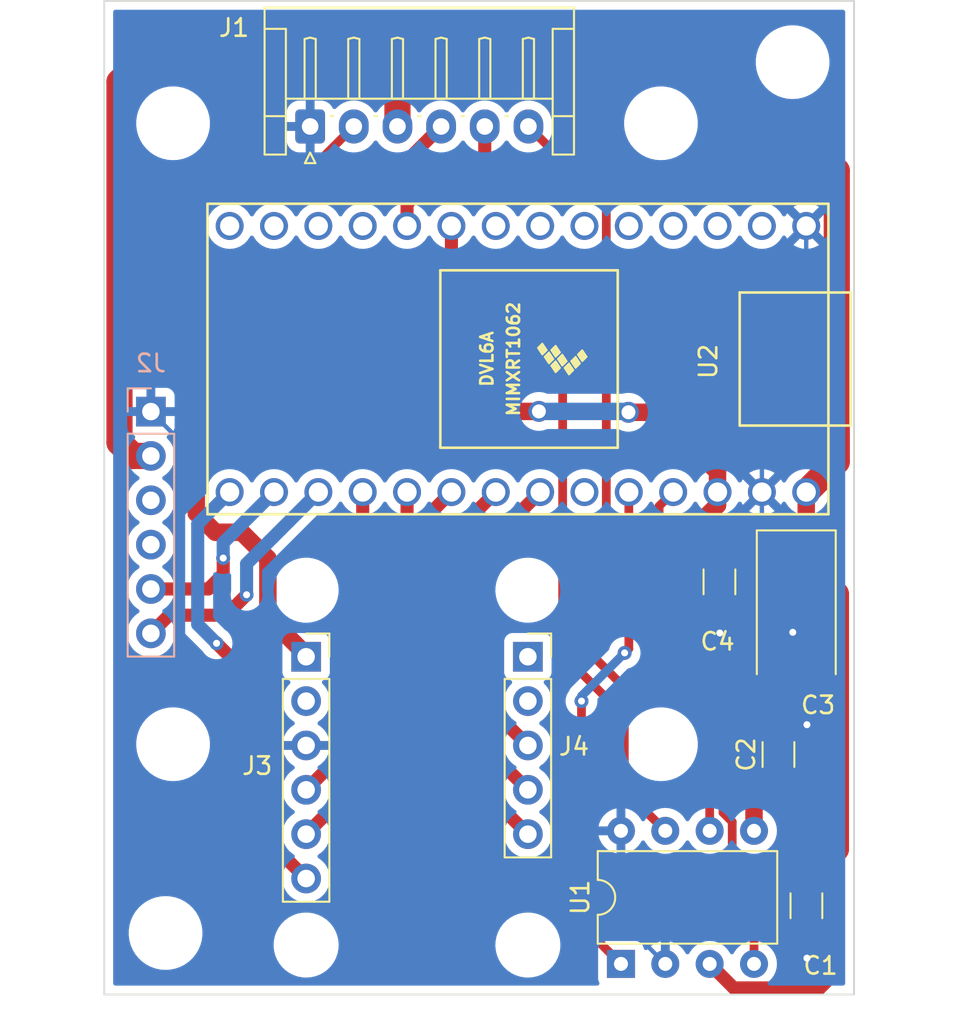
<source format=kicad_pcb>
(kicad_pcb (version 20211014) (generator pcbnew)
  (title_block (comment 4 "AISLER Project ID: NURRKHDM"))
  (layers (0 "F.Cu" signal) (31 "B.Cu" signal) (34 "B.Paste" user) (35 "F.Paste" user) (36 "B.SilkS" user "B.Silkscreen") (37 "F.SilkS" user "F.Silkscreen") (38 "B.Mask" user) (39 "F.Mask" user) (44 "Edge.Cuts" user))
  (net 0 "")
  (net 1 "GND")
  (net 2 "+5V")
  (net 3 "+3V3")
  (net 4 "/CAN_H")
  (net 5 "/CAN_L")
  (net 17 "/RX2")
  (net 18 "/TX2")
  (net 19 "/TXD_CTX1")
  (net 20 "/RXD_CRX1")
  (net 23 "/RXNeo_TX3")
  (net 24 "/TXNeo_RX3")
  (net 25 "/Int2ada_D13")
  (net 27 "/SDAada_SDA1")
  (net 28 "/SCLada_SCL1")
  (net 29 "/DRDYada_D20")
  (net 30 "/IntMada_D19")
  (net 31 "/Int1ada_D18")
  (footprint "MountingHole:MountingHole_2.7mm" (layer "F.Cu") (at 127.62 127.06)
    (fp_text reference "REF**" hide)
    (fp_text value "MountingHole_2.7mm")
    (pad "" np_thru_hole circle (at 0 0) (size 2.7 2.7) (drill 2.7) (layers F&B.Cu *.Mask))
  )
  (footprint "Capacitor_Tantalum_SMD:CP_EIA-7343-31_Kemet-D_Pad2.25x2.55mm_HandSolder" (layer "F.Cu") (at 155.69 107.9 -90)
    (fp_text reference "C3" (at 5.42 -1.25 180) (layer "F.SilkS"))
    (fp_text value "10µF")
    (fp_line (start -4.585 2.26) (end 3.65 2.26) (layer "F.SilkS") (width 0.12))
    (fp_line (start 3.65 -2.26) (end -4.585 -2.26) (layer "F.SilkS") (width 0.12))
    (fp_line (start -4.585 -2.26) (end -4.585 2.26) (layer "F.SilkS") (width 0.12))
    (pad "1" smd roundrect (at -3.2 0 270) (size 2.25 2.55) (layers "F.Cu" "F.Paste" "F.Mask") (roundrect_rratio 0.1111111111) (net 2 "+5V"))
    (pad "2" smd roundrect (at 3.2 0 270) (size 2.25 2.55) (layers "F.Cu" "F.Paste" "F.Mask") (roundrect_rratio 0.1111111111) (net 1 "GND"))
  )
  (footprint "MountingHole:MountingHole_3.2mm_M3" (layer "F.Cu") (at 120 80)
    (fp_text reference "REF**" hide)
    (fp_text value "MountingHole_3.2mm_M3")
    (pad "" np_thru_hole circle (at 0 0) (size 3.2 3.2) (drill 3.2) (layers *.Cu *.Mask))
  )
  (footprint "MountingHole:MountingHole_3.2mm_M3" (layer "F.Cu") (at 147.94 80)
    (fp_text reference "REF**" hide)
    (fp_text value "MountingHole_3.2mm_M3")
    (pad "" np_thru_hole circle (at 0 0) (size 3.2 3.2) (drill 3.2) (layers *.Cu *.Mask))
  )
  (footprint "Connector_PinSocket_2.54mm:PinSocket_1x05_P2.54mm_Vertical" (layer "F.Cu") (at 140.32 110.55)
    (fp_text reference "J4" (at 2.64 5.14) (layer "F.SilkS"))
    (fp_text value "ADA4517_JP1")
    (fp_line (start -1.33 1.27) (end -1.33 11.49) (layer "F.SilkS") (width 0.12))
    (fp_line (start 0 -1.33) (end 1.33 -1.33) (layer "F.SilkS") (width 0.12))
    (fp_line (start 1.33 -1.33) (end 1.33 0) (layer "F.SilkS") (width 0.12))
    (fp_line (start 1.33 1.27) (end 1.33 11.49) (layer "F.SilkS") (width 0.12))
    (fp_line (start -1.33 1.27) (end 1.33 1.27) (layer "F.SilkS") (width 0.12))
    (fp_line (start -1.33 11.49) (end 1.33 11.49) (layer "F.SilkS") (width 0.12))
    (pad "1" thru_hole rect (at 0 0) (size 1.7 1.7) (drill 1) (layers *.Cu *.Mask))
    (pad "2" thru_hole oval (at 0 2.54) (size 1.7 1.7) (drill 1) (layers *.Cu *.Mask))
    (pad "3" thru_hole oval (at 0 5.08) (size 1.7 1.7) (drill 1) (layers *.Cu *.Mask) (net 29 "/DRDYada_D20"))
    (pad "4" thru_hole oval (at 0 7.62) (size 1.7 1.7) (drill 1) (layers *.Cu *.Mask) (net 30 "/IntMada_D19"))
    (pad "5" thru_hole oval (at 0 10.16) (size 1.7 1.7) (drill 1) (layers *.Cu *.Mask) (net 31 "/Int1ada_D18"))
  )
  (footprint "MountingHole:MountingHole_3.2mm_M3" (layer "F.Cu") (at 119.57 126.37)
    (fp_text reference "REF**" hide)
    (fp_text value "MountingHole_3.2mm_M3")
    (pad "" np_thru_hole circle (at 0 0) (size 3.2 3.2) (drill 3.2) (layers *.Cu *.Mask))
  )
  (footprint "MountingHole:MountingHole_3.2mm_M3" (layer "F.Cu") (at 120 115.56)
    (fp_text reference "REF**" hide)
    (fp_text value "MountingHole_3.2mm_M3")
    (pad "" np_thru_hole circle (at 0 0) (size 3.2 3.2) (drill 3.2) (layers *.Cu *.Mask))
  )
  (footprint "MountingHole:MountingHole_3.2mm_M3" (layer "F.Cu") (at 147.94 115.56)
    (fp_text reference "REF**" hide)
    (fp_text value "MountingHole_3.2mm_M3")
    (pad "" np_thru_hole circle (at 0 0) (size 3.2 3.2) (drill 3.2) (layers *.Cu *.Mask))
  )
  (footprint "MountingHole:MountingHole_3.2mm_M3" (layer "F.Cu") (at 155.48 76.5)
    (fp_text reference "REF**" hide)
    (fp_text value "MountingHole_3.2mm_M3")
    (pad "" np_thru_hole circle (at 0 0) (size 3.2 3.2) (drill 3.2) (layers *.Cu *.Mask))
  )
  (footprint "Capacitor_SMD:C_1206_3216Metric_Pad1.33x1.80mm_HandSolder" (layer "F.Cu") (at 154.67 116.15 90)
    (fp_text reference "C2" (at 0 -1.85 90) (layer "F.SilkS"))
    (fp_text value "100 nF")
    (fp_line (start -0.711252 0.91) (end 0.711252 0.91) (layer "F.SilkS") (width 0.12))
    (fp_line (start -0.711252 -0.91) (end 0.711252 -0.91) (layer "F.SilkS") (width 0.12))
    (pad "1" smd roundrect (at -1.5625 0 90) (size 1.325 1.8) (layers "F.Cu" "F.Paste" "F.Mask") (roundrect_rratio 0.1886792453) (net 3 "+3V3"))
    (pad "2" smd roundrect (at 1.5625 0 90) (size 1.325 1.8) (layers "F.Cu" "F.Paste" "F.Mask") (roundrect_rratio 0.1886792453) (net 1 "GND"))
  )
  (footprint "Package_DIP:DIP-8_W7.62mm" (layer "F.Cu") (at 145.65 128.14 90)
    (fp_text reference "U1" (at 3.81 -2.33 90) (layer "F.SilkS"))
    (fp_text value "MCP2562-E-P")
    (fp_line (start 1.16 -1.33) (end 1.16 8.95) (layer "F.SilkS") (width 0.12))
    (fp_line (start 1.16 8.95) (end 6.46 8.95) (layer "F.SilkS") (width 0.12))
    (fp_line (start 6.46 8.95) (end 6.46 -1.33) (layer "F.SilkS") (width 0.12))
    (fp_line (start 2.81 -1.33) (end 1.16 -1.33) (layer "F.SilkS") (width 0.12))
    (fp_line (start 6.46 -1.33) (end 4.81 -1.33) (layer "F.SilkS") (width 0.12))
    (fp_arc (start 4.81 -1.33) (mid 3.81 -0.33) (end 2.81 -1.33) (layer "F.SilkS") (width 0.12))
    (pad "1" thru_hole rect (at 0 0 90) (size 1.6 1.6) (drill 0.8) (layers *.Cu *.Mask) (net 19 "/TXD_CTX1"))
    (pad "2" thru_hole oval (at 0 2.54 90) (size 1.6 1.6) (drill 0.8) (layers *.Cu *.Mask) (net 1 "GND"))
    (pad "3" thru_hole oval (at 0 5.08 90) (size 1.6 1.6) (drill 0.8) (layers *.Cu *.Mask) (net 2 "+5V"))
    (pad "4" thru_hole oval (at 0 7.62 90) (size 1.6 1.6) (drill 0.8) (layers *.Cu *.Mask) (net 20 "/RXD_CRX1"))
    (pad "5" thru_hole oval (at 7.62 7.62 90) (size 1.6 1.6) (drill 0.8) (layers *.Cu *.Mask) (net 3 "+3V3"))
    (pad "6" thru_hole oval (at 7.62 5.08 90) (size 1.6 1.6) (drill 0.8) (layers *.Cu *.Mask) (net 5 "/CAN_L"))
    (pad "7" thru_hole oval (at 7.62 2.54 90) (size 1.6 1.6) (drill 0.8) (layers *.Cu *.Mask) (net 4 "/CAN_H"))
    (pad "8" thru_hole oval (at 7.62 0 90) (size 1.6 1.6) (drill 0.8) (layers *.Cu *.Mask) (net 1 "GND"))
  )
  (footprint "MountingHole:MountingHole_2.7mm" (layer "F.Cu") (at 140.32 106.74)
    (fp_text reference "REF**" hide)
    (fp_text value "MountingHole_2.7mm")
    (pad "" np_thru_hole circle (at 0 0) (size 2.7 2.7) (drill 2.7) (layers F&B.Cu *.Mask))
  )
  (footprint "MountingHole:MountingHole_2.7mm" (layer "F.Cu") (at 140.32 127.06)
    (fp_text reference "REF**" hide)
    (fp_text value "MountingHole_2.7mm")
    (pad "" np_thru_hole circle (at 0 0) (size 2.7 2.7) (drill 2.7) (layers F&B.Cu *.Mask))
  )
  (footprint "MountingHole:MountingHole_2.7mm" (layer "F.Cu") (at 127.62 106.74)
    (fp_text reference "REF**" hide)
    (fp_text value "MountingHole_2.7mm")
    (pad "" np_thru_hole circle (at 0 0) (size 2.7 2.7) (drill 2.7) (layers F&B.Cu *.Mask))
  )
  (footprint "Connector_PinSocket_2.54mm:PinSocket_1x06_P2.54mm_Vertical" (layer "F.Cu") (at 127.62 110.55)
    (fp_text reference "J3" (at -2.8 6.25) (layer "F.SilkS"))
    (fp_text value "ADA4517_JP4")
    (fp_line (start 1.33 -1.33) (end 1.33 0) (layer "F.SilkS") (width 0.12))
    (fp_line (start -1.33 14.03) (end 1.33 14.03) (layer "F.SilkS") (width 0.12))
    (fp_line (start -1.33 1.27) (end 1.33 1.27) (layer "F.SilkS") (width 0.12))
    (fp_line (start 1.33 1.27) (end 1.33 14.03) (layer "F.SilkS") (width 0.12))
    (fp_line (start 0 -1.33) (end 1.33 -1.33) (layer "F.SilkS") (width 0.12))
    (fp_line (start -1.33 1.27) (end -1.33 14.03) (layer "F.SilkS") (width 0.12))
    (pad "1" thru_hole rect (at 0 0) (size 1.7 1.7) (drill 1) (layers *.Cu *.Mask) (net 3 "+3V3"))
    (pad "2" thru_hole oval (at 0 2.54) (size 1.7 1.7) (drill 1) (layers *.Cu *.Mask))
    (pad "3" thru_hole oval (at 0 5.08) (size 1.7 1.7) (drill 1) (layers *.Cu *.Mask) (net 1 "GND"))
    (pad "4" thru_hole oval (at 0 7.62) (size 1.7 1.7) (drill 1) (layers *.Cu *.Mask) (net 28 "/SCLada_SCL1"))
    (pad "5" thru_hole oval (at 0 10.16) (size 1.7 1.7) (drill 1) (layers *.Cu *.Mask) (net 27 "/SDAada_SDA1"))
    (pad "6" thru_hole oval (at 0 12.7) (size 1.7 1.7) (drill 1) (layers *.Cu *.Mask) (net 25 "/Int2ada_D13"))
  )
  (footprint "Capacitor_SMD:C_1206_3216Metric_Pad1.33x1.80mm_HandSolder" (layer "F.Cu") (at 156.27 124.81 90)
    (fp_text reference "C1" (at -3.43 0.81 180) (layer "F.SilkS"))
    (fp_text value "100 nF")
    (fp_line (start -0.711252 0.91) (end 0.711252 0.91) (layer "F.SilkS") (width 0.12))
    (fp_line (start -0.711252 -0.91) (end 0.711252 -0.91) (layer "F.SilkS") (width 0.12))
    (pad "1" smd roundrect (at -1.5625 0 90) (size 1.325 1.8) (layers "F.Cu" "F.Paste" "F.Mask") (roundrect_rratio 0.1886792453) (net 1 "GND"))
    (pad "2" smd roundrect (at 1.5625 0 90) (size 1.325 1.8) (layers "F.Cu" "F.Paste" "F.Mask") (roundrect_rratio 0.1886792453) (net 2 "+5V"))
  )
  (footprint "teensy:Teensy4FrontSide" (layer "F.Cu") (at 139.75 93.5 180)
    (fp_text reference "U2" (at -10.9 -0.14 90) (layer "F.SilkS"))
    (fp_text value "Teensy 4.0")
    (fp_text user "DVL6A" (at 1.778 0 90) (layer "F.SilkS") (effects (font (size 0.7 0.7))))
    (fp_text user "MIMXRT1062" (at 0.254 0 90) (layer "F.SilkS") (effects (font (size 0.7 0.7))))
    (fp_line (start 4.445 5.08) (end 4.445 -5.08) (layer "F.SilkS") (width 0.15))
    (fp_line (start -19.05 3.81) (end -19.05 -3.81) (layer "F.SilkS") (width 0.15))
    (fp_line (start -19.05 -3.81) (end -17.78 -3.81) (layer "F.SilkS") (width 0.15))
    (fp_line (start 4.445 -5.08) (end -5.715 -5.08) (layer "F.SilkS") (width 0.15))
    (fp_line (start -12.7 -3.81) (end -17.78 -3.81) (layer "F.SilkS") (width 0.15))
    (fp_line (start -12.7 3.81) (end -17.78 3.81) (layer "F.SilkS") (width 0.15))
    (fp_line (start 4.445 5.08) (end -5.715 5.08) (layer "F.SilkS") (width 0.15))
    (fp_line (start -17.78 8.89) (end -17.78 -8.89) (layer "F.SilkS") (width 0.15))
    (fp_line (start 17.78 -8.89) (end 17.78 8.89) (layer "F.SilkS") (width 0.15))
    (fp_line (start 17.78 8.89) (end -17.78 8.89) (layer "F.SilkS") (width 0.15))
    (fp_line (start -5.715 -5.08) (end -5.715 5.08) (layer "F.SilkS") (width 0.15))
    (fp_line (start -12.7 3.81) (end -12.7 -3.81) (layer "F.SilkS") (width 0.15))
    (fp_line (start -17.78 -8.89) (end 17.78 -8.89) (layer "F.SilkS") (width 0.15))
    (fp_line (start -17.78 3.81) (end -19.05 3.81) (layer "F.SilkS") (width 0.15))
    (fp_poly (pts (xy -2.413 0.381) (xy -2.159 0.127) (xy -1.905 0.508) (xy -2.159 0.762)) (layer "F.SilkS") (width 0.1) (fill solid))
    (fp_poly (pts (xy -1.651 0.508) (xy -1.397 0.254) (xy -1.143 0.635) (xy -1.397 0.889)) (layer "F.SilkS") (width 0.1) (fill solid))
    (fp_poly (pts (xy -3.175 -0.635) (xy -2.921 -0.889) (xy -2.667 -0.508) (xy -2.921 -0.254)) (layer "F.SilkS") (width 0.1) (fill solid))
    (fp_poly (pts (xy -3.937 0.127) (xy -3.683 -0.127) (xy -3.429 0.254) (xy -3.683 0.508)) (layer "F.SilkS") (width 0.1) (fill solid))
    (fp_poly (pts (xy -2.032 0) (xy -1.778 -0.254) (xy -1.524 0.127) (xy -1.778 0.381)) (layer "F.SilkS") (width 0.1) (fill solid))
    (fp_poly (pts (xy -3.556 -0.254) (xy -3.302 -0.508) (xy -3.048 -0.127) (xy -3.302 0.127)) (layer "F.SilkS") (width 0.1) (fill solid))
    (fp_poly (pts (xy -2.413 -0.508) (xy -2.159 -0.762) (xy -1.905 -0.381) (xy -2.159 -0.127)) (layer "F.SilkS") (width 0.1) (fill solid))
    (fp_poly (pts (xy -2.794 -0.127) (xy -2.54 -0.381) (xy -2.286 0) (xy -2.54 0.254)) (layer "F.SilkS") (width 0.1) (fill solid))
    (pad "1" thru_hole circle (at -16.51 7.62 180) (size 1.6 1.6) (drill 1.1) (layers *.Cu *.Mask) (net 1 "GND"))
    (pad "2" thru_hole circle (at -13.97 7.62 180) (size 1.6 1.6) (drill 1.1) (layers *.Cu *.Mask))
    (pad "3" thru_hole circle (at -11.43 7.62 180) (size 1.6 1.6) (drill 1.1) (layers *.Cu *.Mask))
    (pad "4" thru_hole circle (at -8.89 7.62 180) (size 1.6 1.6) (drill 1.1) (layers *.Cu *.Mask))
    (pad "5" thru_hole circle (at -6.35 7.62 180) (size 1.6 1.6) (drill 1.1) (layers *.Cu *.Mask))
    (pad "6" thru_hole circle (at -3.81 7.62 180) (size 1.6 1.6) (drill 1.1) (layers *.Cu *.Mask))
    (pad "7" thru_hole circle (at -1.27 7.62 180) (size 1.6 1.6) (drill 1.1) (layers *.Cu *.Mask))
    (pad "8" thru_hole circle (at 1.27 7.62 180) (size 1.6 1.6) (drill 1.1) (layers *.Cu *.Mask))
    (pad "9" thru_hole circle (at 3.81 7.62 180) (size 1.6 1.6) (drill 1.1) (layers *.Cu *.Mask) (net 17 "/RX2"))
    (pad "10" thru_hole circle (at 6.35 7.62 180) (size 1.6 1.6) (drill 1.1) (layers *.Cu *.Mask) (net 18 "/TX2"))
    (pad "11" thru_hole circle (at 8.89 7.62 180) (size 1.6 1.6) (drill 1.1) (layers *.Cu *.Mask))
    (pad "12" thru_hole circle (at 11.43 7.62 180) (size 1.6 1.6) (drill 1.1) (layers *.Cu *.Mask))
    (pad "13" thru_hole circle (at 13.97 7.62 180) (size 1.6 1.6) (drill 1.1) (layers *.Cu *.Mask))
    (pad "14" thru_hole circle (at 16.51 7.62 180) (size 1.6 1.6) (drill 1.1) (layers *.Cu *.Mask))
    (pad "20" thru_hole circle (at 16.51 -7.62 180) (size 1.6 1.6) (drill 1.1) (layers *.Cu *.Mask) (net 25 "/Int2ada_D13"))
    (pad "21" thru_hole circle (at 13.97 -7.62 180) (size 1.6 1.6) (drill 1.1) (layers *.Cu *.Mask) (net 23 "/RXNeo_TX3"))
    (pad "22" thru_hole circle (at 11.43 -7.62 180) (size 1.6 1.6) (drill 1.1) (layers *.Cu *.Mask) (net 24 "/TXNeo_RX3"))
    (pad "23" thru_hole circle (at 8.89 -7.62 180) (size 1.6 1.6) (drill 1.1) (layers *.Cu *.Mask) (net 28 "/SCLada_SCL1"))
    (pad "24" thru_hole circle (at 6.35 -7.62 180) (size 1.6 1.6) (drill 1.1) (layers *.Cu *.Mask) (net 27 "/SDAada_SDA1"))
    (pad "25" thru_hole circle (at 3.81 -7.62 180) (size 1.6 1.6) (drill 1.1) (layers *.Cu *.Mask) (net 31 "/Int1ada_D18"))
    (pad "26" thru_hole circle (at 1.27 -7.62 180) (size 1.6 1.6) (drill 1.1) (layers *.Cu *.Mask) (net 30 "/IntMada_D19"))
    (pad "27" thru_hole circle (at -1.27 -7.62 180) (size 1.6 1.6) (drill 1.1) (layers *.Cu *.Mask) (net 29 "/DRDYada_D20"))
    (pad "28" thru_hole circle (at -3.81 -7.62 180) (size 1.6 1.6) (drill 1.1) (layers *.Cu *.Mask))
    (pad "29" thru_hole circle (at -6.35 -7.62 180) (size 1.6 1.6) (drill 1.1) (layers *.Cu *.Mask) (net 19 "/TXD_CTX1"))
    (pad "30" thru_hole circle (at -8.89 -7.62 180) (size 1.6 1.6) (drill 1.1) (layers *.Cu *.Mask) (net 20 "/RXD_CRX1"))
    (pad "31" thru_hole circle (at -11.43 -7.62 180) (size 1.6 1.6) (drill 1.1) (layers *.Cu *.Mask) (net 3 "+3V3"))
    (pad "32" thru_hole circle (at -13.97 -7.62 180) (size 1.6 1.6) (drill 1.1) (layers *.Cu *.Mask) (net 1 "GND"))
    (pad "33" thru_hole circle (at -16.51 -7.62 180) (size 1.6 1.6) (drill 1.1) (layers *.Cu *.Mask) (net 2 "+5V"))
  )
  (footprint "Capacitor_SMD:C_1206_3216Metric_Pad1.33x1.80mm_HandSolder" (layer "F.Cu") (at 151.29 106.26 -90)
    (fp_text reference "C4" (at 3.42 0.11 180) (layer "F.SilkS"))
    (fp_text value "100 nF")
    (fp_line (start -0.711252 0.91) (end 0.711252 0.91) (layer "F.SilkS") (width 0.12))
    (fp_line (start -0.711252 -0.91) (end 0.711252 -0.91) (layer "F.SilkS") (width 0.12))
    (pad "1" smd roundrect (at -1.5625 0 270) (size 1.325 1.8) (layers "F.Cu" "F.Paste" "F.Mask") (roundrect_rratio 0.1886792453) (net 2 "+5V"))
    (pad "2" smd roundrect (at 1.5625 0 270) (size 1.325 1.8) (layers "F.Cu" "F.Paste" "F.Mask") (roundrect_rratio 0.1886792453) (net 1 "GND"))
  )
  (footprint "Connector_JST:JST_EH_S6B-EH_1x06_P2.50mm_Horizontal" (layer "F.Cu") (at 127.85 80.1825)
    (fp_text reference "J1" (at -4.36 -5.6525) (layer "F.SilkS"))
    (fp_text value "Conn_AHRS")
    (fp_line (start -0.3 2.1) (end 0.3 2.1) (layer "F.SilkS") (width 0.12))
    (fp_line (start 6.17 -0.59) (end 6.33 -0.59) (layer "F.SilkS") (width 0.12))
    (fp_line (start 12.18 -5.01) (end 12.5 -5.09) (layer "F.SilkS") (width 0.12))
    (fp_line (start 3.67 -0.59) (end 3.83 -0.59) (layer "F.SilkS") (width 0.12))
    (fp_line (start 7.82 -5.01) (end 7.82 -1.59) (layer "F.SilkS") (width 0.12))
    (fp_line (start 0.3 2.1) (end 0 1.5) (layer "F.SilkS") (width 0.12))
    (fp_line (start -1.39 -1.59) (end 13.89 -1.59) (layer "F.SilkS") (width 0.12))
    (fp_line (start 15.11 1.61) (end 13.89 1.61) (layer "F.SilkS") (width 0.12))
    (fp_line (start -2.61 1.61) (end -2.61 -6.81) (layer "F.SilkS") (width 0.12))
    (fp_line (start -1.39 -0.59) (end -2.61 -0.59) (layer "F.SilkS") (width 0.12))
    (fp_line (start 10.32 -1.59) (end 10 -1.59) (layer "F.SilkS") (width 0.12))
    (fp_line (start 4.68 -5.01) (end 5 -5.09) (layer "F.SilkS") (width 0.12))
    (fp_line (start 2.18 -1.59) (end 2.18 -5.01) (layer "F.SilkS") (width 0.12))
    (fp_line (start 12.82 -5.01) (end 12.82 -1.59) (layer "F.SilkS") (width 0.12))
    (fp_line (start -0.32 -5.01) (end 0 -5.09) (layer "F.SilkS") (width 0.12))
    (fp_line (start 9.68 -1.59) (end 9.68 -5.01) (layer "F.SilkS") (width 0.12))
    (fp_line (start 12.5 -1.59) (end 12.18 -1.59) (layer "F.SilkS") (width 0.12))
    (fp_line (start 4.68 -1.59) (end 4.68 -5.01) (layer "F.SilkS") (width 0.12))
    (fp_line (start -2.61 -5.59) (end -1.39 -5.59) (layer "F.SilkS") (width 0.12))
    (fp_line (start -1.39 1.61) (end -2.61 1.61) (layer "F.SilkS") (width 0.12))
    (fp_line (start 7.82 -1.59) (end 7.5 -1.59) (layer "F.SilkS") (width 0.12))
    (fp_line (start 10.32 -5.01) (end 10.32 -1.59) (layer "F.SilkS") (width 0.12))
    (fp_line (start -2.61 -6.81) (end 15.11 -6.81) (layer "F.SilkS") (width 0.12))
    (fp_line (start 5 -5.09) (end 5.32 -5.01) (layer "F.SilkS") (width 0.12))
    (fp_line (start 2.5 -1.59) (end 2.18 -1.59) (layer "F.SilkS") (width 0.12))
    (fp_line (start 0.32 -5.01) (end 0.32 -1.59) (layer "F.SilkS") (width 0.12))
    (fp_line (start 0.32 -1.59) (end 0 -1.59) (layer "F.SilkS") (width 0.12))
    (fp_line (start 7.5 -5.09) (end 7.82 -5.01) (layer "F.SilkS") (width 0.12))
    (fp_line (start 0 1.5) (end -0.3 2.1) (layer "F.SilkS") (width 0.12))
    (fp_line (start -1.39 -5.59) (end -1.39 -0.59) (layer "F.SilkS") (width 0.12))
    (fp_line (start 5 -1.59) (end 4.68 -1.59) (layer "F.SilkS") (width 0.12))
    (fp_line (start 11.17 -0.59) (end 11.33 -0.59) (layer "F.SilkS") (width 0.12))
    (fp_line (start 2.82 -5.01) (end 2.82 -1.59) (layer "F.SilkS") (width 0.12))
    (fp_line (start 2.82 -1.59) (end 2.5 -1.59) (layer "F.SilkS") (width 0.12))
    (fp_line (start 7.5 -1.59) (end 7.18 -1.59) (layer "F.SilkS") (width 0.12))
    (fp_line (start 10 -5.09) (end 10.32 -5.01) (layer "F.SilkS") (width 0.12))
    (fp_line (start 8.67 -0.59) (end 8.83 -0.59) (layer "F.SilkS") (width 0.12))
    (fp_line (start 10 -1.59) (end 9.68 -1.59) (layer "F.SilkS") (width 0.12))
    (fp_line (start 2.18 -5.01) (end 2.5 -5.09) (layer "F.SilkS") (width 0.12))
    (fp_line (start 15.11 -6.81) (end 15.11 1.61) (layer "F.SilkS") (width 0.12))
    (fp_line (start 7.18 -5.01) (end 7.5 -5.09) (layer "F.SilkS") (width 0.12))
    (fp_line (start 2.5 -5.09) (end 2.82 -5.01) (layer "F.SilkS") (width 0.12))
    (fp_line (start 0 -5.09) (end 0.32 -5.01) (layer "F.SilkS") (width 0.12))
    (fp_line (start 13.89 -5.59) (end 13.89 -0.59) (layer "F.SilkS") (width 0.12))
    (fp_line (start 1.17 -0.59) (end 1.33 -0.59) (layer "F.SilkS") (width 0.12))
    (fp_line (start 12.5 -5.09) (end 12.82 -5.01) (layer "F.SilkS") (width 0.12))
    (fp_line (start 9.68 -5.01) (end 10 -5.09) (layer "F.SilkS") (width 0.12))
    (fp_line (start 7.18 -1.59) (end 7.18 -5.01) (layer "F.SilkS") (width 0.12))
    (fp_line (start 0 -1.59) (end -0.32 -1.59) (layer "F.SilkS") (width 0.12))
    (fp_line (start -0.32 -1.59) (end -0.32 -5.01) (layer "F.SilkS") (width 0.12))
    (fp_line (start 15.11 -5.59) (end 13.89 -5.59) (layer "F.SilkS") (width 0.12))
    (fp_line (start 13.89 1.61) (end 13.89 -0.59) (layer "F.SilkS") (width 0.12))
    (fp_line (start 5.32 -5.01) (end 5.32 -1.59) (layer "F.SilkS") (width 0.12))
    (fp_line (start 12.18 -1.59) (end 12.18 -5.01) (layer "F.SilkS") (width 0.12))
    (fp_line (start 13.89 -0.59) (end 15.11 -0.59) (layer "F.SilkS") (width 0.12))
    (fp_line (start 5.32 -1.59) (end 5 -1.59) (layer "F.SilkS") (width 0.12))
    (fp_line (start 12.82 -1.59) (end 12.5 -1.59) (layer "F.SilkS") (width 0.12))
    (fp_line (start -1.39 -0.59) (end -1.39 1.61) (layer "F.SilkS") (width 0.12))
    (pad "1" thru_hole roundrect (at 0 0) (size 1.7 1.95) (drill 0.95) (layers *.Cu *.Mask) (roundrect_rratio 0.1470588235) (net 1 "GND"))
    (pad "2" thru_hole oval (at 2.5 0) (size 1.7 1.95) (drill 0.95) (layers *.Cu *.Mask) (net 4 "/CAN_H"))
    (pad "3" thru_hole oval (at 5 0) (size 1.7 1.95) (drill 0.95) (layers *.Cu *.Mask) (net 2 "+5V"))
    (pad "4" thru_hole oval (at 7.5 0) (size 1.7 1.95) (drill 0.95) (layers *.Cu *.Mask) (net 17 "/RX2"))
    (pad "5" thru_hole oval (at 10 0) (size 1.7 1.95) (drill 0.95) (layers *.Cu *.Mask) (net 18 "/TX2"))
    (pad "6" thru_hole oval (at 12.5 0) (size 1.7 1.95) (drill 0.95) (layers *.Cu *.Mask) (net 5 "/CAN_L"))
  )
  (footprint "Connector_PinSocket_2.54mm:PinSocket_1x06_P2.54mm_Vertical" (layer "B.Cu") (at 118.73 96.51 180)
    (fp_text reference "J2" (at 0 2.77) (layer "B.SilkS") (effects (justify mirror)))
    (fp_text value "NEOM9N")
    (fp_line (start -1.33 -14.03) (end 1.33 -14.03) (layer "B.SilkS") (width 0.12))
    (fp_line (start 0 1.33) (end 1.33 1.33) (layer "B.SilkS") (width 0.12))
    (fp_line (start 1.33 1.33) (end 1.33 0) (layer "B.SilkS") (width 0.12))
    (fp_line (start -1.33 -1.27) (end -1.33 -14.03) (layer "B.SilkS") (width 0.12))
    (fp_line (start -1.33 -1.27) (end 1.33 -1.27) (layer "B.SilkS") (width 0.12))
    (fp_line (start 1.33 -1.27) (end 1.33 -14.03) (layer "B.SilkS") (width 0.12))
    (pad "1" thru_hole rect (at 0 0 180) (size 1.7 1.7) (drill 1) (layers *.Cu *.Mask) (net 1 "GND"))
    (pad "2" thru_hole oval (at 0 -2.54 180) (size 1.7 1.7) (drill 1) (layers *.Cu *.Mask) (net 2 "+5V"))
    (pad "3" thru_hole oval (at 0 -5.08 180) (size 1.7 1.7) (drill 1) (layers *.Cu *.Mask))
    (pad "4" thru_hole oval (at 0 -7.62 180) (size 1.7 1.7) (drill 1) (layers *.Cu *.Mask))
    (pad "5" thru_hole oval (at 0 -10.16 180) (size 1.7 1.7) (drill 1) (layers *.Cu *.Mask) (net 23 "/RXNeo_TX3"))
    (pad "6" thru_hole oval (at 0 -12.7 180) (size 1.7 1.7) (drill 1) (layers *.Cu *.Mask) (net 24 "/TXNeo_RX3"))
  )
  (gr_line (start 116.06 129.89) (end 116.06 72.99) (layer "Edge.Cuts") (width 0.1))
  (gr_line (start 116.06 72.99) (end 124.85 72.99) (layer "Edge.Cuts") (width 0.1))
  (gr_line (start 159 72.99) (end 159 129.89) (layer "Edge.Cuts") (width 0.1))
  (gr_line (start 159 129.89) (end 116.06 129.89) (layer "Edge.Cuts") (width 0.1))
  (gr_line (start 124.85 72.99) (end 159 72.99) (layer "Edge.Cuts") (width 0.1))
  (segment (start 156.3 127.81) (end 156.3 126.4025) (width 1) (layer "F.Cu") (net 1))
  (segment (start 156.1525 114.5875) (end 156.3 114.44) (width 1) (layer "F.Cu") (net 1))
  (segment (start 154.67 114.5875) (end 156.1525 114.5875) (width 1) (layer "F.Cu") (net 1))
  (segment (start 151.31 109.19) (end 151.31 107.8425) (width 1) (layer "F.Cu") (net 1))
  (segment (start 151.31 107.8425) (end 151.29 107.8225) (width 1) (layer "F.Cu") (net 1))
  (segment (start 155.49 109.15) (end 155.49 110.9) (width 1) (layer "F.Cu") (net 1))
  (segment (start 155.49 110.9) (end 155.69 111.1) (width 1) (layer "F.Cu") (net 1))
  (segment (start 156.3 126.4025) (end 156.27 126.3725) (width 1) (layer "F.Cu") (net 1))
  (via (at 156.3 114.44) (size 0.8) (drill 0.4) (layers "F.Cu" "B.Cu") (net 1))
  (via (at 155.49 109.15) (size 0.8) (drill 0.4) (layers "F.Cu" "B.Cu") (net 1))
  (via (at 151.31 109.19) (size 0.8) (drill 0.4) (layers "F.Cu" "B.Cu") (net 1))
  (via (at 156.3 127.81) (size 0.8) (drill 0.4) (layers "F.Cu" "B.Cu") (net 1))
  (segment (start 156.26 85.88) (end 156.26 95.36) (width 0.25) (layer "B.Cu") (net 1))
  (segment (start 120.57 110.39) (end 121.2 111.02) (width 0.25) (layer "B.Cu") (net 1))
  (segment (start 118.73 96.51) (end 120.57 98.35) (width 0.25) (layer "B.Cu") (net 1))
  (segment (start 153.96 122.89) (end 157.81 119.04) (width 0.25) (layer "B.Cu") (net 1))
  (segment (start 151.35 109.15) (end 151.31 109.19) (width 0.25) (layer "B.Cu") (net 1))
  (segment (start 126.15 115.63) (end 127.62 115.63) (width 0.25) (layer "B.Cu") (net 1))
  (segment (start 157.81 116.71) (end 155.58 114.48) (width 0.25) (layer "B.Cu") (net 1))
  (segment (start 121.54 111.02) (end 126.15 115.63) (width 0.25) (layer "B.Cu") (net 1))
  (segment (start 157.81 119.04) (end 157.81 116.71) (width 0.25) (layer "B.Cu") (net 1))
  (segment (start 127.85 80.1825) (end 125.5175 80.1825) (width 0.25) (layer "B.Cu") (net 1))
  (segment (start 148.19 128.14) (end 148.19 126.11) (width 0.25) (layer "B.Cu") (net 1))
  (segment (start 145.65 120.52) (end 145.65 123.39) (width 0.25) (layer "B.Cu") (net 1))
  (segment (start 153.72 101.12) (end 153.72 106.82) (width 0.25) (layer "B.Cu") (net 1))
  (segment (start 121.2 111.02) (end 121.54 111.02) (width 0.25) (layer "B.Cu") (net 1))
  (segment (start 155.49 108.59) (end 155.49 109.15) (width 0.25) (layer "B.Cu") (net 1))
  (segment (start 156.26 114.48) (end 156.3 114.44) (width 0.25) (layer "B.Cu") (net 1))
  (segment (start 145.65 125.6) (end 148.19 128.14) (width 0.25) (layer "B.Cu") (net 1))
  (segment (start 148.19 126.11) (end 151.41 122.89) (width 0.25) (layer "B.Cu") (net 1))
  (segment (start 138.39 123.53) (end 138.53 123.39) (width 0.25) (layer "B.Cu") (net 1))
  (segment (start 153.62 122.89) (end 153.96 122.89) (width 0.25) (layer "B.Cu") (net 1))
  (segment (start 153.62 125.13) (end 156.3 127.81) (width 0.25) (layer "B.Cu") (net 1))
  (segment (start 138.53 123.39) (end 145.65 123.39) (width 0.25) (layer "B.Cu") (net 1))
  (segment (start 155.58 114.48) (end 156.26 114.48) (width 0.25) (layer "B.Cu") (net 1))
  (segment (start 151.31 109.19) (end 155.58 113.46) (width 0.25) (layer "B.Cu") (net 1))
  (segment (start 155.49 109.15) (end 151.35 109.15) (width 0.25) (layer "B.Cu") (net 1))
  (segment (start 153.62 122.89) (end 153.62 125.13) (width 0.25) (layer "B.Cu") (net 1))
  (segment (start 118.73 86.97) (end 118.73 96.51) (width 0.25) (layer "B.Cu") (net 1))
  (segment (start 153.72 97.9) (end 153.72 101.12) (width 0.25) (layer "B.Cu") (net 1))
  (segment (start 153.72 106.82) (end 155.49 108.59) (width 0.25) (layer "B.Cu") (net 1))
  (segment (start 130.49 115.63) (end 138.39 123.53) (width 0.25) (layer "B.Cu") (net 1))
  (segment (start 155.58 113.46) (end 155.58 114.48) (width 0.25) (layer "B.Cu") (net 1))
  (segment (start 125.5175 80.1825) (end 118.73 86.97) (width 0.25) (layer "B.Cu") (net 1))
  (segment (start 156.26 95.36) (end 153.72 97.9) (width 0.25) (layer "B.Cu") (net 1))
  (segment (start 145.65 123.39) (end 145.65 125.6) (width 0.25) (layer "B.Cu") (net 1))
  (segment (start 120.57 98.35) (end 120.57 110.39) (width 0.25) (layer "B.Cu") (net 1))
  (segment (start 127.62 115.63) (end 130.49 115.63) (width 0.25) (layer "B.Cu") (net 1))
  (segment (start 151.41 122.89) (end 153.62 122.89) (width 0.25) (layer "B.Cu") (net 1))
  (segment (start 119.23 75.33) (end 116.930489 77.629511) (width 1.5) (layer "F.Cu") (net 2))
  (segment (start 156.26 101.12) (end 158.009511 99.370489) (width 1.5) (layer "F.Cu") (net 2))
  (segment (start 155.69 104.7) (end 157.96 106.97) (width 1.5) (layer "F.Cu") (net 2))
  (segment (start 152.104511 129.514511) (end 157.055489 129.514511) (width 0.75) (layer "F.Cu") (net 2))
  (segment (start 151.2925 104.7) (end 151.29 104.6975) (width 0.25) (layer "F.Cu") (net 2))
  (segment (start 149.48 74.82) (end 136.49 74.82) (width 1.5) (layer "F.Cu") (net 2))
  (segment (start 151.59 78.43) (end 151.59 76.93) (width 1.5) (layer "F.Cu") (net 2))
  (segment (start 117.7 99.05) (end 118.73 99.05) (width 1.5) (layer "F.Cu") (net 2))
  (segment (start 157.96 121.5575) (end 156.27 123.2475) (width 1.5) (layer "F.Cu") (net 2))
  (segment (start 158.009511 99.370489) (end 158.009511 82.719511) (width 1.5) (layer "F.Cu") (net 2))
  (segment (start 156.26 101.12) (end 156.26 104.13) (width 1) (layer "F.Cu") (net 2))
  (segment (start 132.85 78.46) (end 129.72 75.33) (width 1.5) (layer "F.Cu") (net 2))
  (segment (start 158.009511 82.719511) (end 156.27 80.98) (width 1.5) (layer "F.Cu") (net 2))
  (segment (start 151.59 76.93) (end 149.48 74.82) (width 1.5) (layer "F.Cu") (net 2))
  (segment (start 158.09 128.48) (end 158.09 125.0675) (width 0.75) (layer "F.Cu") (net 2))
  (segment (start 157.055489 129.514511) (end 158.09 128.48) (width 0.75) (layer "F.Cu") (net 2))
  (segment (start 158.09 125.0675) (end 156.27 123.2475) (width 0.75) (layer "F.Cu") (net 2))
  (segment (start 157.96 106.97) (end 157.96 121.5575) (width 1.5) (layer "F.Cu") (net 2))
  (segment (start 136.49 74.82) (end 132.85 78.46) (width 1.5) (layer "F.Cu") (net 2))
  (segment (start 116.930489 77.629511) (end 116.930489 98.280489) (width 1.5) (layer "F.Cu") (net 2))
  (segment (start 129.72 75.33) (end 119.23 75.33) (width 1.5) (layer "F.Cu") (net 2))
  (segment (start 154.14 80.98) (end 151.59 78.43) (width 1.5) (layer "F.Cu") (net 2))
  (segment (start 155.69 104.7) (end 151.2925 104.7) (width 1) (layer "F.Cu") (net 2))
  (segment (start 156.27 80.98) (end 154.14 80.98) (width 1.5) (layer "F.Cu") (net 2))
  (segment (start 116.930489 98.280489) (end 117.7 99.05) (width 1.5) (layer "F.Cu") (net 2))
  (segment (start 150.73 128.14) (end 152.104511 129.514511) (width 0.75) (layer "F.Cu") (net 2))
  (segment (start 156.26 104.13) (end 155.69 104.7) (width 1) (layer "F.Cu") (net 2))
  (segment (start 132.85 78.46) (end 132.85 80.1825) (width 1.5) (layer "F.Cu") (net 2))
  (segment (start 121.33 102.33) (end 122.42 103.42) (width 1) (layer "F.Cu") (net 3))
  (segment (start 125.43 104.92) (end 125.43 108.25) (width 1) (layer "F.Cu") (net 3))
  (segment (start 121.33 99.62) (end 122.21 98.74) (width 1) (layer "F.Cu") (net 3))
  (segment (start 154.67 117.7125) (end 153.07048 116.11298) (width 1) (layer "F.Cu") (net 3))
  (segment (start 153.27 120.52) (end 153.27 119.1125) (width 1) (layer "F.Cu") (net 3))
  (segment (start 127.62 110.55) (end 127.62 110.44) (width 1) (layer "F.Cu") (net 3))
  (segment (start 153.07048 113.26048) (end 149.27 109.46) (width 1) (layer "F.Cu") (net 3))
  (segment (start 151.18 99.96) (end 151.18 101.12) (width 1) (layer "F.Cu") (net 3))
  (segment (start 122.42 103.42) (end 123.93 103.42) (width 1) (layer "F.Cu") (net 3))
  (segment (start 124.45 96.5) (end 122.21 98.74) (width 1) (layer "F.Cu") (net 3))
  (segment (start 149.27 109.46) (end 149.27 103.78) (width 1) (layer "F.Cu") (net 3))
  (segment (start 127.62 110.44) (end 125.43 108.25) (width 1) (layer "F.Cu") (net 3))
  (segment (start 149.27 103.78) (end 151.18 101.87) (width 1) (layer "F.Cu") (net 3))
  (segment (start 153.07048 116.11298) (end 153.07048 113.26048) (width 1) (layer "F.Cu") (net 3))
  (segment (start 147.77 96.55) (end 150.01 98.79) (width 1) (layer "F.Cu") (net 3))
  (segment (start 123.93 103.42) (end 125.43 104.92) (width 1) (layer "F.Cu") (net 3))
  (segment (start 140.95 96.5) (end 124.45 96.5) (width 1) (layer "F.Cu") (net 3))
  (segment (start 146.08 96.55) (end 147.77 96.55) (width 1) (layer "F.Cu") (net 3))
  (segment (start 121.33 102.33) (end 121.33 99.62) (width 1) (layer "F.Cu") (net 3))
  (segment (start 151.18 101.87) (end 151.18 101.12) (width 1) (layer "F.Cu") (net 3))
  (segment (start 150.01 98.79) (end 151.18 99.96) (width 1) (layer "F.Cu") (net 3))
  (segment (start 153.27 119.1125) (end 154.67 117.7125) (width 1) (layer "F.Cu") (net 3))
  (via (at 140.95 96.5) (size 1.2) (drill 0.8) (layers "F.Cu" "B.Cu") (net 3))
  (via (at 146.08 96.55) (size 1.2) (drill 0.8) (layers "F.Cu" "B.Cu") (net 3))
  (segment (start 146.03 96.5) (end 146.08 96.55) (width 1) (layer "B.Cu") (net 3))
  (segment (start 140.95 96.5) (end 146.03 96.5) (width 1) (layer "B.Cu") (net 3))
  (segment (start 121.6 82.18) (end 128.3525 82.18) (width 0.5) (layer "F.Cu") (net 4))
  (segment (start 118.98 84.8) (end 121.6 82.18) (width 0.5) (layer "F.Cu") (net 4))
  (segment (start 140.39 92.04) (end 121.11 92.04) (width 0.5) (layer "F.Cu") (net 4))
  (segment (start 121.11 92.04) (end 118.98 89.91) (width 0.5) (layer "F.Cu") (net 4))
  (segment (start 142.310489 110.410489) (end 142.310489 93.960489) (width 0.5) (layer "F.Cu") (net 4))
  (segment (start 148.19 120.52) (end 145.840479 118.170479) (width 0.5) (layer "F.Cu") (net 4))
  (segment (start 142.310489 93.960489) (end 140.39 92.04) (width 0.5) (layer "F.Cu") (net 4))
  (segment (start 128.3525 82.18) (end 130.35 80.1825) (width 0.5) (layer "F.Cu") (net 4))
  (segment (start 145.840479 118.170479) (end 145.840479 113.940479) (width 0.5) (layer "F.Cu") (net 4))
  (segment (start 145.840479 113.940479) (end 142.310489 110.410489) (width 0.5) (layer "F.Cu") (net 4))
  (segment (start 118.98 89.91) (end 118.98 84.8) (width 0.5) (layer "F.Cu") (net 4))
  (segment (start 150.73 114.5) (end 148.235 112.005) (width 0.5) (layer "F.Cu") (net 5))
  (segment (start 150.73 120.52) (end 150.73 114.5) (width 0.5) (layer "F.Cu") (net 5))
  (segment (start 143.83 110.29) (end 143.83 105.46) (width 0.5) (layer "F.Cu") (net 5))
  (segment (start 145.545 112.005) (end 143.83 110.29) (width 0.5) (layer "F.Cu") (net 5))
  (segment (start 143.83 105.46) (end 144.81 104.48) (width 0.5) (layer "F.Cu") (net 5))
  (segment (start 144.81 84.6425) (end 140.35 80.1825) (width 0.5) (layer "F.Cu") (net 5))
  (segment (start 148.235 112.005) (end 145.545 112.005) (width 0.5) (layer "F.Cu") (net 5))
  (segment (start 144.81 104.48) (end 144.81 84.6425) (width 0.5) (layer "F.Cu") (net 5))
  (segment (start 135.35 80.1825) (end 131.8325 83.7) (width 0.75) (layer "F.Cu") (net 17))
  (segment (start 120.87 85.11) (end 120.87 87.54) (width 0.75) (layer "F.Cu") (net 17))
  (segment (start 131.8325 83.7) (end 122.28 83.7) (width 0.75) (layer "F.Cu") (net 17))
  (segment (start 120.87 87.54) (end 122.51 89.18) (width 0.75) (layer "F.Cu") (net 17))
  (segment (start 122.28 83.7) (end 120.87 85.11) (width 0.75) (layer "F.Cu") (net 17))
  (segment (start 135.94 87.94) (end 135.94 85.88) (width 0.75) (layer "F.Cu") (net 17))
  (segment (start 122.51 89.18) (end 134.7 89.18) (width 0.75) (layer "F.Cu") (net 17))
  (segment (start 134.7 89.18) (end 135.94 87.94) (width 0.75) (layer "F.Cu") (net 17))
  (segment (start 133.4 84.62) (end 135.13 82.89) (width 0.75) (layer "F.Cu") (net 18))
  (segment (start 137.85 82.58) (end 137.85 80.1825) (width 0.75) (layer "F.Cu") (net 18))
  (segment (start 133.4 85.88) (end 133.4 84.62) (width 0.75) (layer "F.Cu") (net 18))
  (segment (start 135.13 82.89) (end 137.54 82.89) (width 0.75) (layer "F.Cu") (net 18))
  (segment (start 137.54 82.89) (end 137.85 82.58) (width 0.75) (layer "F.Cu") (net 18))
  (segment (start 146.1 110.09) (end 145.86 110.33) (width 0.5) (layer "F.Cu") (net 19))
  (segment (start 143.39 125.88) (end 145.65 128.14) (width 0.5) (layer "F.Cu") (net 19))
  (segment (start 143.39 113.09) (end 143.39 125.88) (width 0.5) (layer "F.Cu") (net 19))
  (segment (start 146.1 101.12) (end 146.1 110.09) (width 0.5) (layer "F.Cu") (net 19))
  (via (at 143.39 113.09) (size 0.8) (drill 0.4) (layers "F.Cu" "B.Cu") (net 19))
  (via (at 145.86 110.33) (size 0.8) (drill 0.4) (layers "F.Cu" "B.Cu") (net 19))
  (segment (start 143.39 112.8) (end 145.86 110.33) (width 0.5) (layer "B.Cu") (net 19))
  (segment (start 143.39 113.09) (end 143.39 112.8) (width 0.5) (layer "B.Cu") (net 19))
  (segment (start 147.83548 101.92452) (end 148.64 101.12) (width 0.5) (layer "F.Cu") (net 20))
  (segment (start 153.27 128.14) (end 153.27 125.17) (width 0.5) (layer "F.Cu") (net 20))
  (segment (start 151.49548 113.72452) (end 147.83548 110.06452) (width 0.5) (layer "F.Cu") (net 20))
  (segment (start 147.83548 110.06452) (end 147.83548 101.92452) (width 0.5) (layer "F.Cu") (net 20))
  (segment (start 153.27 125.17) (end 152.020489 123.920489) (width 0.5) (layer "F.Cu") (net 20))
  (segment (start 152.020489 120.002435) (end 151.49548 119.477426) (width 0.5) (layer "F.Cu") (net 20))
  (segment (start 152.020489 123.920489) (end 152.020489 120.002435) (width 0.5) (layer "F.Cu") (net 20))
  (segment (start 151.49548 119.477426) (end 151.49548 113.72452) (width 0.5) (layer "F.Cu") (net 20))
  (segment (start 118.73 106.67) (end 122.02 106.67) (width 0.75) (layer "F.Cu") (net 23))
  (segment (start 122.02 106.67) (end 122.87 105.82) (width 0.75) (layer "F.Cu") (net 23))
  (segment (start 122.87 105.82) (end 122.87 104.9) (width 0.75) (layer "F.Cu") (net 23))
  (via (at 122.87 104.9) (size 0.8) (drill 0.4) (layers "F.Cu" "B.Cu") (net 23))
  (segment (start 122.87 104.03) (end 125.78 101.12) (width 0.75) (layer "B.Cu") (net 23))
  (segment (start 122.87 104.9) (end 122.87 104.03) (width 0.75) (layer "B.Cu") (net 23))
  (segment (start 118.73 109.21) (end 119.769511 108.170489) (width 0.75) (layer "F.Cu") (net 24))
  (segment (start 119.769511 108.170489) (end 123.039511 108.170489) (width 0.75) (layer "F.Cu") (net 24))
  (segment (start 123.039511 108.170489) (end 124.21 107) (width 0.75) (layer "F.Cu") (net 24))
  (via (at 124.21 107) (size 0.8) (drill 0.4) (layers "F.Cu" "B.Cu") (net 24))
  (segment (start 124.25 105.19) (end 128.32 101.12) (width 0.75) (layer "B.Cu") (net 24))
  (segment (start 124.21 105.23) (end 124.25 105.19) (width 0.75) (layer "B.Cu") (net 24))
  (segment (start 124.21 107) (end 124.21 105.23) (width 0.75) (layer "B.Cu") (net 24))
  (segment (start 124.705 113.945) (end 124.705 120.335) (width 0.75) (layer "F.Cu") (net 25))
  (segment (start 124.705 120.335) (end 127.62 123.25) (width 0.75) (layer "F.Cu") (net 25))
  (segment (start 122.49 109.78) (end 123.35 110.64) (width 0.75) (layer "F.Cu") (net 25))
  (segment (start 123.35 112.59) (end 124.705 113.945) (width 0.75) (layer "F.Cu") (net 25))
  (segment (start 123.35 110.64) (end 123.35 112.59) (width 0.75) (layer "F.Cu") (net 25))
  (via (at 122.49 109.78) (size 0.8) (drill 0.4) (layers "F.Cu" "B.Cu") (net 25))
  (segment (start 121.41 108.7) (end 122.49 109.78) (width 0.75) (layer "B.Cu") (net 25))
  (segment (start 121.41 102.95) (end 121.41 108.7) (width 0.75) (layer "B.Cu") (net 25))
  (segment (start 123.24 101.12) (end 121.41 102.95) (width 0.75) (layer "B.Cu") (net 25))
  (segment (start 133.4 114.93) (end 133.4 101.12) (width 0.75) (layer "F.Cu") (net 27))
  (segment (start 127.62 120.71) (end 133.4 114.93) (width 0.75) (layer "F.Cu") (net 27))
  (segment (start 127.62 118.17) (end 130.86 114.93) (width 0.75) (layer "F.Cu") (net 28))
  (segment (start 130.86 114.93) (end 130.86 101.12) (width 0.75) (layer "F.Cu") (net 28))
  (segment (start 140.32 115.63) (end 137.9 113.21) (width 0.75) (layer "F.Cu") (net 29))
  (segment (start 137.9 113.21) (end 137.9 104.24) (width 0.75) (layer "F.Cu") (net 29))
  (segment (start 137.9 104.24) (end 141.02 101.12) (width 0.75) (layer "F.Cu") (net 29))
  (segment (start 140.32 118.17) (end 136.43 114.28) (width 0.75) (layer "F.Cu") (net 30))
  (segment (start 136.43 114.28) (end 136.43 103.17) (width 0.75) (layer "F.Cu") (net 30))
  (segment (start 136.43 103.17) (end 138.48 101.12) (width 0.75) (layer "F.Cu") (net 30))
  (segment (start 140.32 120.71) (end 134.85 115.24) (width 0.75) (layer "F.Cu") (net 31))
  (segment (start 134.85 102.21) (end 135.94 101.12) (width 0.75) (layer "F.Cu") (net 31))
  (segment (start 134.85 115.24) (end 134.85 102.21) (width 0.75) (layer "F.Cu") (net 31))
  (zone (net 1) (net_name "GND") (layer "B.Cu") (connect_pads (clearance 0.508)) (min_thickness 0.254) (fill yes (thermal_gap 0.508) (thermal_bridge_width 0.508))
    (polygon (pts (xy 158.98 73) (xy 159 129.9) (xy 116.06 129.89) (xy 116.07 72.99)))
  )
)
</source>
